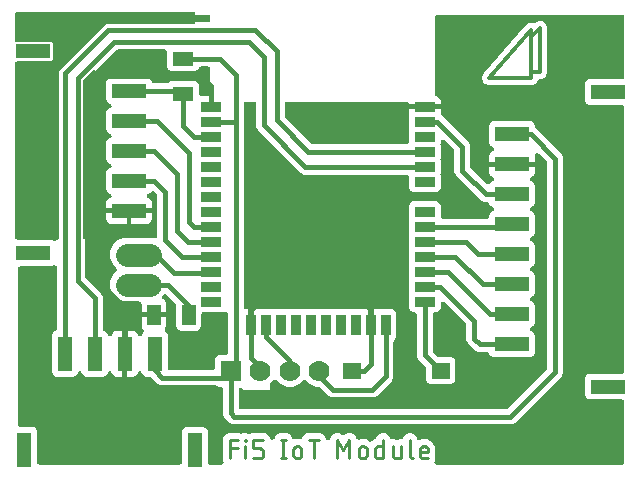
<source format=gbr>
G04 EAGLE Gerber RS-274X export*
G75*
%MOMM*%
%FSLAX34Y34*%
%LPD*%
%INTop Copper*%
%IPPOS*%
%AMOC8*
5,1,8,0,0,1.08239X$1,22.5*%
G01*
G04 Define Apertures*
%ADD10C,0.279400*%
%ADD11R,1.800000X0.863600*%
%ADD12R,0.863600X1.800000*%
%ADD13R,3.000000X1.270000*%
%ADD14R,1.815300X1.164600*%
%ADD15C,1.930400*%
%ADD16R,1.270000X3.000000*%
%ADD17R,1.600000X1.400000*%
%ADD18R,1.778000X1.778000*%
%ADD19C,1.778000*%
%ADD20R,1.164600X1.815300*%
%ADD21C,0.406400*%
%ADD22C,0.304800*%
G36*
X36625Y194466D02*
X35834Y194299D01*
X35040Y194453D01*
X33449Y195112D01*
X7112Y195112D01*
X6380Y195249D01*
X5698Y195685D01*
X5241Y196352D01*
X5080Y197144D01*
X5080Y341886D01*
X5217Y342619D01*
X5652Y343300D01*
X6319Y343757D01*
X7112Y343918D01*
X33449Y343918D01*
X35130Y344614D01*
X36416Y345900D01*
X37112Y347581D01*
X37112Y362099D01*
X36416Y363780D01*
X35130Y365066D01*
X33449Y365762D01*
X7112Y365762D01*
X6380Y365899D01*
X5698Y366334D01*
X5241Y367001D01*
X5080Y367794D01*
X5080Y384048D01*
X5217Y384781D01*
X5652Y385462D01*
X6319Y385919D01*
X7112Y386080D01*
X165608Y386080D01*
X166341Y385943D01*
X167022Y385508D01*
X167479Y384841D01*
X167640Y384048D01*
X167640Y382016D01*
X167503Y381284D01*
X167068Y380602D01*
X166401Y380145D01*
X165608Y379984D01*
X79966Y379984D01*
X77539Y378979D01*
X38855Y340294D01*
X37850Y337867D01*
X37850Y196331D01*
X37719Y195613D01*
X37288Y194929D01*
X36625Y194466D01*
G37*
G36*
X142348Y5241D02*
X141556Y5080D01*
X23114Y5080D01*
X22382Y5217D01*
X21700Y5652D01*
X21243Y6319D01*
X21082Y7112D01*
X21082Y33530D01*
X20386Y35210D01*
X19100Y36496D01*
X17419Y37192D01*
X7112Y37192D01*
X6380Y37329D01*
X5698Y37765D01*
X5241Y38432D01*
X5080Y39224D01*
X5080Y171236D01*
X5217Y171969D01*
X5652Y172650D01*
X6319Y173107D01*
X7112Y173268D01*
X33449Y173268D01*
X35040Y173927D01*
X35753Y174081D01*
X36550Y173945D01*
X37231Y173509D01*
X37689Y172842D01*
X37850Y172050D01*
X37850Y120204D01*
X37707Y119456D01*
X37266Y118778D01*
X36595Y118326D01*
X35514Y117878D01*
X34228Y116592D01*
X33532Y114912D01*
X33532Y83093D01*
X34228Y81413D01*
X35514Y80126D01*
X37194Y79430D01*
X51713Y79430D01*
X53393Y80126D01*
X54680Y81413D01*
X55276Y82853D01*
X55661Y83454D01*
X56317Y83927D01*
X57105Y84107D01*
X57901Y83965D01*
X58579Y83524D01*
X59031Y82853D01*
X59628Y81413D01*
X60914Y80126D01*
X62594Y79430D01*
X77113Y79430D01*
X78793Y80126D01*
X80080Y81413D01*
X80676Y82853D01*
X81061Y83454D01*
X81717Y83927D01*
X82505Y84107D01*
X83301Y83965D01*
X83979Y83524D01*
X84431Y82853D01*
X85028Y81413D01*
X86314Y80126D01*
X87994Y79430D01*
X93222Y79430D01*
X93222Y118574D01*
X87994Y118574D01*
X86314Y117878D01*
X85028Y116592D01*
X84431Y115152D01*
X84047Y114551D01*
X83391Y114078D01*
X82602Y113898D01*
X81806Y114040D01*
X81128Y114481D01*
X80676Y115152D01*
X80080Y116592D01*
X78793Y117878D01*
X77712Y118326D01*
X77076Y118744D01*
X76619Y119411D01*
X76458Y120204D01*
X76458Y147360D01*
X75452Y149787D01*
X62591Y162648D01*
X62157Y163292D01*
X61996Y164085D01*
X61996Y329014D01*
X62145Y329777D01*
X62591Y330451D01*
X88161Y356021D01*
X88805Y356455D01*
X89598Y356616D01*
X129054Y356616D01*
X129787Y356479D01*
X130468Y356044D01*
X130925Y355377D01*
X131086Y354584D01*
X131086Y342032D01*
X131782Y340351D01*
X133068Y339065D01*
X134749Y338369D01*
X154721Y338369D01*
X156401Y339065D01*
X157687Y340351D01*
X157917Y340906D01*
X158335Y341542D01*
X159002Y341999D01*
X159794Y342160D01*
X165608Y342160D01*
X166341Y342023D01*
X167022Y341588D01*
X167479Y340921D01*
X167640Y340128D01*
X167640Y318939D01*
X167503Y318207D01*
X167068Y317525D01*
X166401Y317068D01*
X165608Y316907D01*
X160415Y316907D01*
X159683Y317044D01*
X159001Y317480D01*
X158544Y318147D01*
X158383Y318939D01*
X158383Y325988D01*
X157687Y327669D01*
X156401Y328955D01*
X154721Y329651D01*
X134749Y329651D01*
X133068Y328955D01*
X132873Y328760D01*
X132229Y328326D01*
X131436Y328165D01*
X120112Y328165D01*
X119364Y328307D01*
X118686Y328749D01*
X118234Y329419D01*
X117786Y330501D01*
X116500Y331787D01*
X114820Y332483D01*
X83001Y332483D01*
X81320Y331787D01*
X80034Y330501D01*
X79338Y328820D01*
X79338Y314301D01*
X80034Y312621D01*
X81320Y311335D01*
X82761Y310738D01*
X83362Y310354D01*
X83835Y309698D01*
X84015Y308909D01*
X83873Y308113D01*
X83432Y307435D01*
X82761Y306983D01*
X81320Y306387D01*
X80034Y305101D01*
X79338Y303420D01*
X79338Y288901D01*
X80034Y287221D01*
X81320Y285935D01*
X82761Y285338D01*
X83362Y284954D01*
X83835Y284298D01*
X84015Y283509D01*
X83873Y282713D01*
X83432Y282035D01*
X82761Y281583D01*
X81320Y280987D01*
X80034Y279701D01*
X79338Y278020D01*
X79338Y263501D01*
X80034Y261821D01*
X81320Y260535D01*
X82761Y259938D01*
X83362Y259554D01*
X83835Y258898D01*
X84015Y258109D01*
X83873Y257313D01*
X83432Y256635D01*
X82761Y256183D01*
X81320Y255587D01*
X80034Y254301D01*
X79338Y252620D01*
X79338Y238101D01*
X80034Y236421D01*
X81320Y235135D01*
X82761Y234538D01*
X83362Y234154D01*
X83835Y233498D01*
X84015Y232709D01*
X83873Y231913D01*
X83432Y231235D01*
X82761Y230783D01*
X81320Y230187D01*
X80034Y228901D01*
X79338Y227220D01*
X79338Y221993D01*
X118482Y221993D01*
X118482Y227220D01*
X117786Y228901D01*
X116500Y230187D01*
X115060Y230783D01*
X114459Y231168D01*
X113986Y231824D01*
X113806Y232612D01*
X113948Y233408D01*
X114389Y234086D01*
X115060Y234538D01*
X116500Y235135D01*
X117456Y236091D01*
X118071Y236512D01*
X118861Y236686D01*
X119656Y236537D01*
X120330Y236091D01*
X122341Y234080D01*
X122775Y233435D01*
X122936Y232643D01*
X122936Y198582D01*
X122805Y197864D01*
X122375Y197180D01*
X121711Y196717D01*
X120920Y196550D01*
X120126Y196704D01*
X119161Y197104D01*
X94199Y197104D01*
X88971Y194939D01*
X84969Y190937D01*
X82804Y185709D01*
X82804Y180051D01*
X84969Y174823D01*
X88175Y171617D01*
X88597Y171002D01*
X88770Y170212D01*
X88622Y169417D01*
X88175Y168743D01*
X84969Y165537D01*
X82804Y160309D01*
X82804Y154651D01*
X84969Y149423D01*
X88971Y145421D01*
X94199Y143256D01*
X107439Y143256D01*
X108172Y143119D01*
X108853Y142684D01*
X109310Y142017D01*
X109471Y141224D01*
X109471Y134112D01*
X130261Y134112D01*
X130261Y142066D01*
X129565Y143746D01*
X128279Y145032D01*
X128063Y145122D01*
X127450Y145517D01*
X126982Y146177D01*
X126809Y146967D01*
X126957Y147762D01*
X127404Y148436D01*
X127914Y148947D01*
X128529Y149368D01*
X129319Y149541D01*
X130114Y149393D01*
X130788Y148947D01*
X138384Y141351D01*
X138818Y140706D01*
X138979Y139914D01*
X138979Y122094D01*
X139675Y120414D01*
X140961Y119128D01*
X142642Y118432D01*
X156106Y118432D01*
X157787Y119128D01*
X159073Y120414D01*
X159769Y122094D01*
X159769Y131995D01*
X159906Y132728D01*
X160341Y133409D01*
X161008Y133866D01*
X161801Y134027D01*
X178479Y134027D01*
X179816Y134581D01*
X180529Y134735D01*
X181327Y134599D01*
X182008Y134163D01*
X182465Y133496D01*
X182626Y132704D01*
X182626Y99911D01*
X182489Y99179D01*
X182054Y98497D01*
X181387Y98040D01*
X180594Y97879D01*
X175183Y97879D01*
X173503Y97183D01*
X172217Y95897D01*
X171521Y94217D01*
X171521Y87376D01*
X171384Y86644D01*
X170948Y85962D01*
X170281Y85505D01*
X169489Y85344D01*
X133608Y85344D01*
X132875Y85481D01*
X132194Y85916D01*
X131737Y86583D01*
X131576Y87376D01*
X131576Y114912D01*
X130880Y116592D01*
X129748Y117723D01*
X129327Y118338D01*
X129153Y119128D01*
X129302Y119923D01*
X129462Y120164D01*
X130261Y122094D01*
X130261Y130048D01*
X109471Y130048D01*
X109471Y122094D01*
X110167Y120414D01*
X110771Y119809D01*
X111193Y119195D01*
X111366Y118405D01*
X111218Y117610D01*
X110771Y116936D01*
X110428Y116592D01*
X109831Y115152D01*
X109447Y114551D01*
X108791Y114078D01*
X108002Y113898D01*
X107206Y114040D01*
X106528Y114481D01*
X106076Y115152D01*
X105480Y116592D01*
X104193Y117878D01*
X102513Y118574D01*
X97286Y118574D01*
X97286Y79430D01*
X102513Y79430D01*
X104193Y80126D01*
X105480Y81413D01*
X106076Y82853D01*
X106461Y83454D01*
X107117Y83927D01*
X107905Y84107D01*
X108701Y83965D01*
X109379Y83524D01*
X109831Y82853D01*
X110428Y81413D01*
X111714Y80126D01*
X113394Y79430D01*
X116129Y79430D01*
X116891Y79282D01*
X117565Y78835D01*
X123259Y73141D01*
X125686Y72136D01*
X172176Y72136D01*
X172939Y71987D01*
X173353Y71713D01*
X175183Y70955D01*
X176347Y70955D01*
X177079Y70819D01*
X177760Y70383D01*
X178218Y69716D01*
X178379Y68923D01*
X178379Y47384D01*
X179384Y44957D01*
X184219Y40121D01*
X186646Y39116D01*
X422954Y39116D01*
X425381Y40121D01*
X465339Y80079D01*
X466344Y82506D01*
X466344Y265474D01*
X465339Y267901D01*
X443227Y290013D01*
X442793Y290657D01*
X442632Y291449D01*
X442632Y292018D01*
X441936Y293698D01*
X440650Y294984D01*
X438969Y295680D01*
X407150Y295680D01*
X405470Y294984D01*
X404184Y293698D01*
X403488Y292018D01*
X403488Y277499D01*
X404184Y275819D01*
X405470Y274532D01*
X406911Y273936D01*
X407511Y273551D01*
X407984Y272895D01*
X408164Y272107D01*
X408022Y271311D01*
X407581Y270633D01*
X406911Y270181D01*
X405470Y269584D01*
X404184Y268298D01*
X403488Y266618D01*
X403488Y261390D01*
X442632Y261390D01*
X442632Y267022D01*
X442648Y267022D01*
X442756Y267726D01*
X443181Y268414D01*
X443841Y268882D01*
X444630Y269056D01*
X445426Y268907D01*
X446100Y268461D01*
X452541Y262020D01*
X452975Y261375D01*
X453136Y260583D01*
X453136Y87397D01*
X452987Y86635D01*
X452541Y85960D01*
X419500Y52919D01*
X418855Y52485D01*
X418063Y52324D01*
X193619Y52324D01*
X192886Y52461D01*
X192205Y52896D01*
X191748Y53563D01*
X191587Y54356D01*
X191587Y68079D01*
X191780Y68944D01*
X192263Y69593D01*
X192961Y70002D01*
X193763Y70106D01*
X194542Y69889D01*
X195175Y69386D01*
X195561Y68675D01*
X195588Y68588D01*
X195590Y68587D01*
X195672Y68580D01*
X218339Y68580D01*
X218432Y68589D01*
X218433Y68590D01*
X218440Y68672D01*
X218440Y72995D01*
X218589Y73757D01*
X219035Y74432D01*
X221046Y76442D01*
X221660Y76864D01*
X222450Y77037D01*
X223245Y76889D01*
X223920Y76442D01*
X227357Y73005D01*
X232305Y70955D01*
X237660Y70955D01*
X242608Y73005D01*
X246046Y76442D01*
X246660Y76864D01*
X247450Y77037D01*
X248245Y76889D01*
X248920Y76442D01*
X252357Y73005D01*
X257305Y70955D01*
X258980Y70955D01*
X259743Y70807D01*
X260417Y70360D01*
X267796Y62981D01*
X270223Y61976D01*
X306114Y61976D01*
X308541Y62981D01*
X321758Y76199D01*
X322763Y78626D01*
X322763Y109169D01*
X322912Y109931D01*
X323359Y110605D01*
X324353Y111600D01*
X325049Y113281D01*
X325049Y133099D01*
X324353Y134780D01*
X323067Y136066D01*
X321387Y136762D01*
X310932Y136762D01*
X310587Y136619D01*
X309826Y136465D01*
X309032Y136619D01*
X308687Y136762D01*
X305491Y136762D01*
X305491Y121158D01*
X301427Y121158D01*
X301427Y136762D01*
X298232Y136762D01*
X297887Y136619D01*
X297126Y136465D01*
X296332Y136619D01*
X295987Y136762D01*
X285532Y136762D01*
X285187Y136619D01*
X284426Y136465D01*
X283632Y136619D01*
X283287Y136762D01*
X272832Y136762D01*
X272487Y136619D01*
X271726Y136465D01*
X270932Y136619D01*
X270587Y136762D01*
X260132Y136762D01*
X259787Y136619D01*
X259026Y136465D01*
X258232Y136619D01*
X257887Y136762D01*
X247432Y136762D01*
X247087Y136619D01*
X246326Y136465D01*
X245532Y136619D01*
X245187Y136762D01*
X234732Y136762D01*
X234387Y136619D01*
X233626Y136465D01*
X232832Y136619D01*
X232487Y136762D01*
X222032Y136762D01*
X221687Y136619D01*
X220926Y136465D01*
X220132Y136619D01*
X219787Y136762D01*
X209332Y136762D01*
X208987Y136619D01*
X208226Y136465D01*
X207432Y136619D01*
X207087Y136762D01*
X203891Y136762D01*
X203891Y121158D01*
X199827Y121158D01*
X199827Y136762D01*
X197866Y136762D01*
X197134Y136899D01*
X196452Y137334D01*
X195995Y138001D01*
X195834Y138794D01*
X195834Y310388D01*
X195971Y311121D01*
X196406Y311802D01*
X197073Y312259D01*
X197866Y312420D01*
X204618Y312420D01*
X205351Y312283D01*
X206032Y311848D01*
X206489Y311181D01*
X206650Y310388D01*
X206650Y290892D01*
X207656Y288465D01*
X244505Y251616D01*
X246932Y250610D01*
X333673Y250610D01*
X334405Y250474D01*
X335087Y250038D01*
X335544Y249371D01*
X335705Y248578D01*
X335705Y239287D01*
X336401Y237607D01*
X337687Y236320D01*
X339367Y235624D01*
X359186Y235624D01*
X360867Y236320D01*
X362153Y237607D01*
X362849Y239287D01*
X362849Y249742D01*
X362706Y250087D01*
X362551Y250848D01*
X362706Y251642D01*
X362849Y251987D01*
X362849Y262442D01*
X362706Y262787D01*
X362551Y263548D01*
X362706Y264342D01*
X362849Y264687D01*
X362849Y275142D01*
X362706Y275487D01*
X362551Y276248D01*
X362706Y277042D01*
X362849Y277387D01*
X362849Y278224D01*
X362974Y278926D01*
X363399Y279614D01*
X364058Y280082D01*
X364848Y280256D01*
X365643Y280108D01*
X366318Y279661D01*
X373801Y272178D01*
X374235Y271533D01*
X374396Y270741D01*
X374396Y252686D01*
X375401Y250259D01*
X397301Y228360D01*
X399728Y227354D01*
X401859Y227354D01*
X402606Y227212D01*
X403284Y226771D01*
X403736Y226100D01*
X404184Y225019D01*
X405470Y223732D01*
X406911Y223136D01*
X407511Y222751D01*
X407984Y222095D01*
X408164Y221307D01*
X408022Y220511D01*
X407581Y219833D01*
X406911Y219381D01*
X405470Y218784D01*
X404184Y217498D01*
X403488Y215818D01*
X403488Y215050D01*
X403351Y214318D01*
X402915Y213637D01*
X402248Y213179D01*
X401456Y213018D01*
X364881Y213018D01*
X364148Y213155D01*
X363467Y213591D01*
X363010Y214258D01*
X362849Y215050D01*
X362849Y224342D01*
X362153Y226022D01*
X360867Y227308D01*
X359186Y228004D01*
X339367Y228004D01*
X337687Y227308D01*
X336401Y226022D01*
X335705Y224342D01*
X335705Y213887D01*
X335848Y213542D01*
X336002Y212781D01*
X335848Y211987D01*
X335705Y211642D01*
X335705Y201187D01*
X335848Y200842D01*
X336002Y200081D01*
X335848Y199287D01*
X335705Y198942D01*
X335705Y188487D01*
X335848Y188142D01*
X336002Y187381D01*
X335848Y186587D01*
X335705Y186242D01*
X335705Y175787D01*
X335848Y175442D01*
X336002Y174681D01*
X335848Y173887D01*
X335705Y173542D01*
X335705Y163087D01*
X335848Y162742D01*
X336002Y161981D01*
X335848Y161187D01*
X335705Y160842D01*
X335705Y150387D01*
X335848Y150042D01*
X336002Y149281D01*
X335848Y148487D01*
X335705Y148142D01*
X335705Y137687D01*
X336401Y136007D01*
X337687Y134720D01*
X339367Y134024D01*
X340641Y134024D01*
X341373Y133888D01*
X342055Y133452D01*
X342512Y132785D01*
X342673Y131992D01*
X342673Y96754D01*
X343678Y94326D01*
X349453Y88552D01*
X349887Y87907D01*
X350048Y87115D01*
X350048Y76815D01*
X350744Y75134D01*
X352030Y73848D01*
X353711Y73152D01*
X371529Y73152D01*
X373210Y73848D01*
X374496Y75134D01*
X375192Y76815D01*
X375192Y92633D01*
X374496Y94314D01*
X373210Y95600D01*
X371529Y96296D01*
X361229Y96296D01*
X360467Y96445D01*
X359792Y96891D01*
X356476Y100208D01*
X356042Y100852D01*
X355881Y101644D01*
X355881Y131992D01*
X356017Y132725D01*
X356453Y133406D01*
X357120Y133863D01*
X357913Y134024D01*
X359186Y134024D01*
X360867Y134720D01*
X362153Y136007D01*
X362849Y137687D01*
X362849Y141066D01*
X362974Y141768D01*
X363399Y142456D01*
X364058Y142924D01*
X364848Y143098D01*
X365643Y142950D01*
X366318Y142503D01*
X383961Y124860D01*
X384395Y124215D01*
X384556Y123423D01*
X384556Y110446D01*
X385561Y108019D01*
X392403Y101177D01*
X394830Y100172D01*
X401934Y100172D01*
X402682Y100030D01*
X403359Y99588D01*
X403811Y98918D01*
X404184Y98019D01*
X405470Y96732D01*
X407150Y96036D01*
X438969Y96036D01*
X440650Y96732D01*
X441936Y98019D01*
X442632Y99699D01*
X442632Y114218D01*
X441936Y115898D01*
X440650Y117184D01*
X439209Y117781D01*
X438608Y118165D01*
X438135Y118821D01*
X437955Y119610D01*
X438097Y120406D01*
X438538Y121084D01*
X439209Y121536D01*
X440650Y122132D01*
X441936Y123419D01*
X442632Y125099D01*
X442632Y139618D01*
X441936Y141298D01*
X440650Y142584D01*
X439209Y143181D01*
X438608Y143565D01*
X438135Y144221D01*
X437955Y145010D01*
X438097Y145806D01*
X438538Y146484D01*
X439209Y146936D01*
X440650Y147532D01*
X441936Y148819D01*
X442632Y150499D01*
X442632Y165018D01*
X441936Y166698D01*
X440650Y167984D01*
X439209Y168581D01*
X438608Y168965D01*
X438135Y169621D01*
X437955Y170410D01*
X438097Y171206D01*
X438538Y171884D01*
X439209Y172336D01*
X440650Y172932D01*
X441936Y174219D01*
X442632Y175899D01*
X442632Y190418D01*
X441936Y192098D01*
X440650Y193384D01*
X439209Y193981D01*
X438608Y194365D01*
X438135Y195021D01*
X437955Y195810D01*
X438097Y196606D01*
X438538Y197284D01*
X439209Y197736D01*
X440650Y198332D01*
X441936Y199619D01*
X442632Y201299D01*
X442632Y215818D01*
X441936Y217498D01*
X440650Y218784D01*
X439209Y219381D01*
X438608Y219765D01*
X438135Y220421D01*
X437955Y221210D01*
X438097Y222006D01*
X438538Y222684D01*
X439209Y223136D01*
X440650Y223732D01*
X441936Y225019D01*
X442632Y226699D01*
X442632Y241218D01*
X441936Y242898D01*
X440650Y244184D01*
X439209Y244781D01*
X438608Y245165D01*
X438135Y245821D01*
X437955Y246610D01*
X438097Y247406D01*
X438538Y248084D01*
X439209Y248536D01*
X440650Y249132D01*
X441936Y250419D01*
X442632Y252099D01*
X442632Y257326D01*
X403488Y257326D01*
X403488Y252099D01*
X404184Y250419D01*
X405470Y249132D01*
X406911Y248536D01*
X407511Y248151D01*
X407984Y247495D01*
X408164Y246707D01*
X408022Y245911D01*
X407581Y245233D01*
X406911Y244781D01*
X405470Y244184D01*
X404249Y242964D01*
X403635Y242542D01*
X402845Y242369D01*
X402050Y242517D01*
X401376Y242964D01*
X388199Y256140D01*
X387765Y256785D01*
X387604Y257577D01*
X387604Y275632D01*
X386599Y278059D01*
X363491Y301166D01*
X363467Y301182D01*
X363010Y301849D01*
X362849Y302642D01*
X362849Y305982D01*
X335705Y305982D01*
X335705Y302787D01*
X335848Y302442D01*
X336002Y301681D01*
X335848Y300887D01*
X335705Y300542D01*
X335705Y290087D01*
X335848Y289742D01*
X336002Y288981D01*
X335848Y288187D01*
X335705Y287842D01*
X335705Y278550D01*
X335568Y277818D01*
X335132Y277137D01*
X334465Y276679D01*
X333673Y276518D01*
X254363Y276518D01*
X253600Y276667D01*
X252926Y277114D01*
X231204Y298835D01*
X230770Y299480D01*
X230609Y300272D01*
X230609Y310388D01*
X230746Y311121D01*
X231181Y311802D01*
X231848Y312259D01*
X232641Y312420D01*
X333673Y312420D01*
X334405Y312283D01*
X335087Y311848D01*
X335544Y311181D01*
X335705Y310388D01*
X335705Y310046D01*
X362849Y310046D01*
X362849Y313242D01*
X362153Y314922D01*
X360867Y316208D01*
X359394Y316818D01*
X358758Y317236D01*
X358301Y317903D01*
X358140Y318696D01*
X358140Y384048D01*
X358277Y384781D01*
X358712Y385462D01*
X359379Y385919D01*
X360172Y386080D01*
X516128Y386080D01*
X516861Y385943D01*
X517542Y385508D01*
X517999Y384841D01*
X518160Y384048D01*
X518160Y333483D01*
X518023Y332750D01*
X517588Y332069D01*
X516921Y331612D01*
X516128Y331451D01*
X488521Y331451D01*
X486840Y330755D01*
X485554Y329469D01*
X484858Y327788D01*
X484858Y313270D01*
X485554Y311589D01*
X486840Y310303D01*
X488521Y309607D01*
X516128Y309607D01*
X516861Y309470D01*
X517542Y309035D01*
X517999Y308368D01*
X518160Y307575D01*
X518160Y84093D01*
X518023Y83361D01*
X517588Y82679D01*
X516921Y82222D01*
X516128Y82061D01*
X488521Y82061D01*
X486840Y81365D01*
X485554Y80079D01*
X484858Y78398D01*
X484858Y63880D01*
X485554Y62199D01*
X486840Y60913D01*
X488521Y60217D01*
X516128Y60217D01*
X516861Y60080D01*
X517542Y59645D01*
X517999Y58978D01*
X518160Y58185D01*
X518160Y7112D01*
X518023Y6380D01*
X517588Y5698D01*
X516921Y5241D01*
X516128Y5080D01*
X359410Y5080D01*
X358692Y5211D01*
X358008Y5641D01*
X357545Y6305D01*
X357378Y7096D01*
X357533Y7890D01*
X358034Y9100D01*
X358034Y11474D01*
X357778Y12092D01*
X357623Y12853D01*
X357778Y13647D01*
X358034Y14264D01*
X358034Y18765D01*
X358034Y18765D01*
X358034Y19695D01*
X355512Y24063D01*
X351144Y26585D01*
X346100Y26585D01*
X345508Y26244D01*
X344541Y25972D01*
X343745Y26114D01*
X343067Y26555D01*
X342615Y27226D01*
X341813Y29162D01*
X340134Y30841D01*
X337940Y31750D01*
X335565Y31750D01*
X333371Y30841D01*
X331692Y29162D01*
X331145Y27840D01*
X330727Y27204D01*
X330060Y26746D01*
X329267Y26585D01*
X327932Y26585D01*
X326454Y25973D01*
X325693Y25818D01*
X324899Y25973D01*
X323421Y26585D01*
X321555Y26585D01*
X320808Y26728D01*
X320130Y27169D01*
X319678Y27840D01*
X319130Y29162D01*
X317451Y30841D01*
X315257Y31750D01*
X312882Y31750D01*
X310689Y30841D01*
X309009Y29162D01*
X308353Y27577D01*
X308098Y27131D01*
X307492Y26595D01*
X304445Y24836D01*
X303986Y24642D01*
X303180Y24579D01*
X302413Y24836D01*
X299384Y26585D01*
X294340Y26585D01*
X294145Y26473D01*
X293178Y26201D01*
X292382Y26343D01*
X291704Y26784D01*
X291252Y27455D01*
X291226Y27518D01*
X291132Y27803D01*
X290988Y28381D01*
X290867Y28543D01*
X290622Y28975D01*
X290545Y29162D01*
X290124Y29583D01*
X289928Y29810D01*
X289574Y30289D01*
X289400Y30393D01*
X289009Y30698D01*
X288866Y30841D01*
X288316Y31069D01*
X288048Y31204D01*
X287538Y31510D01*
X287337Y31540D01*
X286859Y31673D01*
X286672Y31750D01*
X286077Y31750D01*
X285778Y31772D01*
X285189Y31860D01*
X284993Y31811D01*
X284500Y31750D01*
X284297Y31750D01*
X283747Y31522D01*
X283463Y31428D01*
X282885Y31284D01*
X282723Y31163D01*
X282290Y30919D01*
X282104Y30841D01*
X281757Y30495D01*
X281142Y30073D01*
X280352Y29900D01*
X279557Y30048D01*
X278883Y30495D01*
X278537Y30841D01*
X278350Y30919D01*
X277918Y31163D01*
X277755Y31284D01*
X277177Y31428D01*
X276893Y31522D01*
X276343Y31750D01*
X276140Y31750D01*
X275647Y31811D01*
X275451Y31860D01*
X274862Y31772D01*
X274563Y31750D01*
X273968Y31750D01*
X273781Y31673D01*
X273303Y31540D01*
X273102Y31510D01*
X272592Y31204D01*
X272324Y31069D01*
X271774Y30841D01*
X271631Y30698D01*
X271240Y30393D01*
X271066Y30289D01*
X270712Y29810D01*
X270516Y29583D01*
X270095Y29162D01*
X270018Y28975D01*
X269773Y28543D01*
X269653Y28381D01*
X269508Y27803D01*
X269414Y27518D01*
X269227Y27067D01*
X268843Y26466D01*
X268187Y25993D01*
X267399Y25813D01*
X266602Y25955D01*
X265925Y26396D01*
X265473Y27067D01*
X264605Y29162D01*
X262926Y30841D01*
X260732Y31750D01*
X249749Y31750D01*
X247556Y30841D01*
X245876Y29162D01*
X245329Y27840D01*
X244911Y27204D01*
X244244Y26746D01*
X243451Y26585D01*
X238834Y26585D01*
X238087Y26728D01*
X237409Y27169D01*
X236957Y27840D01*
X236409Y29162D01*
X234730Y30841D01*
X232536Y31750D01*
X226719Y31750D01*
X224525Y30841D01*
X222846Y29162D01*
X222124Y27420D01*
X221739Y26819D01*
X221084Y26346D01*
X220295Y26166D01*
X219499Y26308D01*
X218821Y26749D01*
X218369Y27420D01*
X217647Y29162D01*
X215968Y30841D01*
X213774Y31750D01*
X202792Y31750D01*
X201521Y31224D01*
X200760Y31069D01*
X199966Y31224D01*
X198695Y31750D01*
X195460Y31750D01*
X194685Y31429D01*
X193923Y31274D01*
X193129Y31429D01*
X192354Y31750D01*
X183093Y31750D01*
X180900Y30841D01*
X179220Y29162D01*
X178312Y26968D01*
X178312Y9100D01*
X178813Y7890D01*
X178967Y7177D01*
X178831Y6380D01*
X178395Y5698D01*
X177728Y5241D01*
X176936Y5080D01*
X167464Y5080D01*
X166731Y5217D01*
X166050Y5652D01*
X165592Y6319D01*
X165432Y7112D01*
X165432Y33449D01*
X164736Y35130D01*
X163449Y36416D01*
X161769Y37112D01*
X147250Y37112D01*
X145570Y36416D01*
X144284Y35130D01*
X143588Y33449D01*
X143588Y7112D01*
X143451Y6380D01*
X143015Y5698D01*
X142348Y5241D01*
G37*
%LPC*%
G36*
X402743Y326604D02*
X402927Y326574D01*
X403987Y326640D01*
X404114Y326644D01*
X440633Y326644D01*
X442873Y327572D01*
X444588Y329287D01*
X445078Y330470D01*
X445496Y331106D01*
X446163Y331563D01*
X446955Y331724D01*
X448253Y331724D01*
X450493Y332652D01*
X452208Y334367D01*
X453136Y336607D01*
X453136Y375869D01*
X452208Y378109D01*
X450493Y379824D01*
X448253Y380752D01*
X445827Y380752D01*
X443587Y379824D01*
X443196Y379433D01*
X442567Y379005D01*
X441775Y378838D01*
X440982Y378993D01*
X440537Y379177D01*
X440353Y379208D01*
X439293Y379141D01*
X439166Y379137D01*
X438104Y379137D01*
X437922Y379095D01*
X436968Y378628D01*
X436853Y378576D01*
X435871Y378170D01*
X435720Y378062D01*
X435017Y377265D01*
X434930Y377173D01*
X434179Y376421D01*
X433953Y376059D01*
X399457Y336964D01*
X399370Y336871D01*
X398619Y336120D01*
X398520Y335962D01*
X398176Y334957D01*
X398131Y334838D01*
X397724Y333857D01*
X397694Y333673D01*
X397760Y332613D01*
X397764Y332486D01*
X397764Y331424D01*
X397806Y331242D01*
X398273Y330288D01*
X398325Y330173D01*
X398732Y329191D01*
X398840Y329040D01*
X399636Y328337D01*
X399729Y328250D01*
X400480Y327499D01*
X400638Y327400D01*
X401643Y327056D01*
X401762Y327011D01*
X402743Y326604D01*
G37*
G36*
X100942Y209039D02*
X114820Y209039D01*
X116500Y209735D01*
X117786Y211021D01*
X118482Y212701D01*
X118482Y217929D01*
X100942Y217929D01*
X100942Y209039D01*
G37*
G36*
X83001Y209039D02*
X96878Y209039D01*
X96878Y217929D01*
X79338Y217929D01*
X79338Y212701D01*
X80034Y211021D01*
X81320Y209735D01*
X83001Y209039D01*
G37*
%LPD*%
G36*
X38642Y195741D02*
X37850Y195580D01*
X4572Y195580D01*
X3840Y195717D01*
X3158Y196152D01*
X2701Y196819D01*
X2540Y197612D01*
X2540Y344934D01*
X2677Y345667D01*
X3112Y346348D01*
X3779Y346805D01*
X4572Y346966D01*
X33171Y346966D01*
X34064Y347859D01*
X34064Y361821D01*
X33171Y362714D01*
X4572Y362714D01*
X3840Y362851D01*
X3158Y363286D01*
X2701Y363953D01*
X2540Y364746D01*
X2540Y386588D01*
X2677Y387321D01*
X3112Y388002D01*
X3779Y388459D01*
X4572Y388620D01*
X152908Y388620D01*
X153641Y388483D01*
X154322Y388048D01*
X154779Y387381D01*
X154940Y386588D01*
X154940Y379984D01*
X154803Y379252D01*
X154368Y378570D01*
X153701Y378113D01*
X152908Y377952D01*
X80371Y377952D01*
X78690Y377256D01*
X40578Y339143D01*
X39882Y337463D01*
X39882Y197612D01*
X39745Y196880D01*
X39309Y196198D01*
X38642Y195741D01*
G37*
G36*
X65991Y195741D02*
X65198Y195580D01*
X61996Y195580D01*
X61264Y195717D01*
X60582Y196152D01*
X60125Y196819D01*
X59964Y197612D01*
X59964Y329856D01*
X60113Y330619D01*
X60559Y331293D01*
X67651Y338385D01*
X68236Y338793D01*
X69023Y338979D01*
X69821Y338843D01*
X70502Y338408D01*
X70959Y337741D01*
X71120Y336948D01*
X71120Y201502D01*
X70971Y200739D01*
X70525Y200065D01*
X66635Y196175D01*
X65991Y195741D01*
G37*
D10*
X184281Y10287D02*
X184281Y25781D01*
X191167Y25781D01*
X191167Y18895D02*
X184281Y18895D01*
X197077Y20616D02*
X197077Y10287D01*
X196647Y24920D02*
X196647Y25781D01*
X197508Y25781D01*
X197508Y24920D01*
X196647Y24920D01*
X203979Y10287D02*
X209144Y10287D01*
X209259Y10289D01*
X209374Y10295D01*
X209489Y10304D01*
X209603Y10318D01*
X209717Y10335D01*
X209830Y10356D01*
X209942Y10381D01*
X210054Y10409D01*
X210164Y10442D01*
X210273Y10478D01*
X210381Y10517D01*
X210488Y10560D01*
X210593Y10607D01*
X210697Y10657D01*
X210799Y10711D01*
X210899Y10768D01*
X210997Y10828D01*
X211093Y10891D01*
X211186Y10958D01*
X211278Y11028D01*
X211367Y11101D01*
X211454Y11177D01*
X211538Y11255D01*
X211619Y11336D01*
X211698Y11421D01*
X211773Y11507D01*
X211846Y11596D01*
X211916Y11688D01*
X211983Y11781D01*
X212046Y11877D01*
X212106Y11975D01*
X212163Y12075D01*
X212217Y12177D01*
X212267Y12281D01*
X212314Y12386D01*
X212357Y12493D01*
X212397Y12601D01*
X212432Y12710D01*
X212465Y12820D01*
X212493Y12932D01*
X212518Y13044D01*
X212539Y13157D01*
X212556Y13271D01*
X212570Y13385D01*
X212579Y13500D01*
X212585Y13615D01*
X212587Y13730D01*
X212587Y15452D01*
X212585Y15567D01*
X212579Y15682D01*
X212570Y15797D01*
X212556Y15911D01*
X212539Y16025D01*
X212518Y16138D01*
X212493Y16250D01*
X212465Y16362D01*
X212432Y16472D01*
X212396Y16581D01*
X212357Y16689D01*
X212314Y16796D01*
X212267Y16901D01*
X212217Y17005D01*
X212163Y17107D01*
X212106Y17207D01*
X212046Y17305D01*
X211983Y17401D01*
X211916Y17494D01*
X211846Y17586D01*
X211773Y17675D01*
X211698Y17762D01*
X211619Y17846D01*
X211538Y17927D01*
X211454Y18006D01*
X211367Y18081D01*
X211278Y18154D01*
X211186Y18224D01*
X211093Y18291D01*
X210997Y18354D01*
X210899Y18414D01*
X210799Y18471D01*
X210697Y18525D01*
X210593Y18575D01*
X210488Y18622D01*
X210381Y18665D01*
X210273Y18704D01*
X210164Y18740D01*
X210054Y18773D01*
X209942Y18801D01*
X209830Y18826D01*
X209717Y18847D01*
X209603Y18864D01*
X209489Y18878D01*
X209374Y18887D01*
X209259Y18893D01*
X209144Y18895D01*
X203979Y18895D01*
X203979Y25781D01*
X212587Y25781D01*
X229627Y25781D02*
X229627Y10287D01*
X227906Y10287D02*
X231349Y10287D01*
X231349Y25781D02*
X227906Y25781D01*
X237924Y17173D02*
X237924Y13730D01*
X237924Y17173D02*
X237926Y17289D01*
X237932Y17405D01*
X237942Y17521D01*
X237955Y17637D01*
X237973Y17752D01*
X237994Y17866D01*
X238020Y17980D01*
X238049Y18092D01*
X238082Y18204D01*
X238119Y18314D01*
X238159Y18423D01*
X238203Y18531D01*
X238251Y18637D01*
X238302Y18741D01*
X238357Y18844D01*
X238415Y18945D01*
X238476Y19043D01*
X238541Y19140D01*
X238609Y19234D01*
X238680Y19326D01*
X238755Y19416D01*
X238832Y19503D01*
X238912Y19587D01*
X238995Y19668D01*
X239081Y19747D01*
X239169Y19823D01*
X239260Y19896D01*
X239353Y19965D01*
X239448Y20032D01*
X239546Y20095D01*
X239646Y20155D01*
X239747Y20211D01*
X239851Y20264D01*
X239956Y20314D01*
X240063Y20359D01*
X240171Y20402D01*
X240281Y20440D01*
X240392Y20475D01*
X240504Y20506D01*
X240617Y20533D01*
X240731Y20557D01*
X240846Y20576D01*
X240961Y20592D01*
X241077Y20604D01*
X241193Y20612D01*
X241309Y20616D01*
X241425Y20616D01*
X241541Y20612D01*
X241657Y20604D01*
X241773Y20592D01*
X241888Y20576D01*
X242003Y20557D01*
X242117Y20533D01*
X242230Y20506D01*
X242342Y20475D01*
X242453Y20440D01*
X242563Y20402D01*
X242671Y20359D01*
X242778Y20314D01*
X242883Y20264D01*
X242987Y20211D01*
X243089Y20155D01*
X243188Y20095D01*
X243286Y20032D01*
X243381Y19965D01*
X243474Y19896D01*
X243565Y19823D01*
X243653Y19747D01*
X243739Y19668D01*
X243822Y19587D01*
X243902Y19503D01*
X243979Y19416D01*
X244054Y19326D01*
X244125Y19234D01*
X244193Y19140D01*
X244258Y19043D01*
X244319Y18945D01*
X244377Y18844D01*
X244432Y18741D01*
X244483Y18637D01*
X244531Y18531D01*
X244575Y18423D01*
X244615Y18314D01*
X244652Y18204D01*
X244685Y18092D01*
X244714Y17980D01*
X244740Y17866D01*
X244761Y17752D01*
X244779Y17637D01*
X244792Y17521D01*
X244802Y17405D01*
X244808Y17289D01*
X244810Y17173D01*
X244810Y13730D01*
X244808Y13614D01*
X244802Y13498D01*
X244792Y13382D01*
X244779Y13266D01*
X244761Y13151D01*
X244740Y13037D01*
X244714Y12923D01*
X244685Y12811D01*
X244652Y12699D01*
X244615Y12589D01*
X244575Y12480D01*
X244531Y12372D01*
X244483Y12266D01*
X244432Y12162D01*
X244377Y12059D01*
X244319Y11958D01*
X244258Y11860D01*
X244193Y11763D01*
X244125Y11669D01*
X244054Y11577D01*
X243979Y11487D01*
X243902Y11400D01*
X243822Y11316D01*
X243739Y11235D01*
X243653Y11156D01*
X243565Y11080D01*
X243474Y11007D01*
X243381Y10938D01*
X243286Y10871D01*
X243188Y10808D01*
X243088Y10748D01*
X242987Y10692D01*
X242883Y10639D01*
X242778Y10589D01*
X242671Y10544D01*
X242563Y10501D01*
X242453Y10463D01*
X242342Y10428D01*
X242230Y10397D01*
X242117Y10370D01*
X242003Y10346D01*
X241888Y10327D01*
X241773Y10311D01*
X241657Y10299D01*
X241541Y10291D01*
X241425Y10287D01*
X241309Y10287D01*
X241193Y10291D01*
X241077Y10299D01*
X240961Y10311D01*
X240846Y10327D01*
X240731Y10346D01*
X240617Y10370D01*
X240504Y10397D01*
X240392Y10428D01*
X240281Y10463D01*
X240171Y10501D01*
X240063Y10544D01*
X239956Y10589D01*
X239851Y10639D01*
X239747Y10692D01*
X239646Y10748D01*
X239546Y10808D01*
X239448Y10871D01*
X239353Y10938D01*
X239260Y11007D01*
X239169Y11080D01*
X239081Y11156D01*
X238995Y11235D01*
X238912Y11316D01*
X238832Y11400D01*
X238755Y11487D01*
X238680Y11577D01*
X238609Y11669D01*
X238541Y11763D01*
X238476Y11860D01*
X238415Y11958D01*
X238357Y12059D01*
X238302Y12162D01*
X238251Y12266D01*
X238203Y12372D01*
X238159Y12480D01*
X238119Y12589D01*
X238082Y12699D01*
X238049Y12811D01*
X238020Y12923D01*
X237994Y13037D01*
X237973Y13151D01*
X237955Y13266D01*
X237942Y13382D01*
X237932Y13498D01*
X237926Y13614D01*
X237924Y13730D01*
X255241Y10287D02*
X255241Y25781D01*
X259544Y25781D02*
X250937Y25781D01*
X275155Y25781D02*
X275155Y10287D01*
X280320Y17173D02*
X275155Y25781D01*
X280320Y17173D02*
X285485Y25781D01*
X285485Y10287D01*
X293419Y13730D02*
X293419Y17173D01*
X293421Y17289D01*
X293427Y17405D01*
X293437Y17521D01*
X293450Y17637D01*
X293468Y17752D01*
X293489Y17866D01*
X293515Y17980D01*
X293544Y18092D01*
X293577Y18204D01*
X293614Y18314D01*
X293654Y18423D01*
X293698Y18531D01*
X293746Y18637D01*
X293797Y18741D01*
X293852Y18844D01*
X293910Y18945D01*
X293971Y19043D01*
X294036Y19140D01*
X294104Y19234D01*
X294175Y19326D01*
X294250Y19416D01*
X294327Y19503D01*
X294407Y19587D01*
X294490Y19668D01*
X294576Y19747D01*
X294664Y19823D01*
X294755Y19896D01*
X294848Y19965D01*
X294943Y20032D01*
X295041Y20095D01*
X295141Y20155D01*
X295242Y20211D01*
X295346Y20264D01*
X295451Y20314D01*
X295558Y20359D01*
X295666Y20402D01*
X295776Y20440D01*
X295887Y20475D01*
X295999Y20506D01*
X296112Y20533D01*
X296226Y20557D01*
X296341Y20576D01*
X296456Y20592D01*
X296572Y20604D01*
X296688Y20612D01*
X296804Y20616D01*
X296920Y20616D01*
X297036Y20612D01*
X297152Y20604D01*
X297268Y20592D01*
X297383Y20576D01*
X297498Y20557D01*
X297612Y20533D01*
X297725Y20506D01*
X297837Y20475D01*
X297948Y20440D01*
X298058Y20402D01*
X298166Y20359D01*
X298273Y20314D01*
X298378Y20264D01*
X298482Y20211D01*
X298584Y20155D01*
X298683Y20095D01*
X298781Y20032D01*
X298876Y19965D01*
X298969Y19896D01*
X299060Y19823D01*
X299148Y19747D01*
X299234Y19668D01*
X299317Y19587D01*
X299397Y19503D01*
X299474Y19416D01*
X299549Y19326D01*
X299620Y19234D01*
X299688Y19140D01*
X299753Y19043D01*
X299814Y18945D01*
X299872Y18844D01*
X299927Y18741D01*
X299978Y18637D01*
X300026Y18531D01*
X300070Y18423D01*
X300110Y18314D01*
X300147Y18204D01*
X300180Y18092D01*
X300209Y17980D01*
X300235Y17866D01*
X300256Y17752D01*
X300274Y17637D01*
X300287Y17521D01*
X300297Y17405D01*
X300303Y17289D01*
X300305Y17173D01*
X300305Y13730D01*
X300303Y13614D01*
X300297Y13498D01*
X300287Y13382D01*
X300274Y13266D01*
X300256Y13151D01*
X300235Y13037D01*
X300209Y12923D01*
X300180Y12811D01*
X300147Y12699D01*
X300110Y12589D01*
X300070Y12480D01*
X300026Y12372D01*
X299978Y12266D01*
X299927Y12162D01*
X299872Y12059D01*
X299814Y11958D01*
X299753Y11860D01*
X299688Y11763D01*
X299620Y11669D01*
X299549Y11577D01*
X299474Y11487D01*
X299397Y11400D01*
X299317Y11316D01*
X299234Y11235D01*
X299148Y11156D01*
X299060Y11080D01*
X298969Y11007D01*
X298876Y10938D01*
X298781Y10871D01*
X298683Y10808D01*
X298584Y10748D01*
X298482Y10692D01*
X298378Y10639D01*
X298273Y10589D01*
X298166Y10544D01*
X298058Y10501D01*
X297948Y10463D01*
X297837Y10428D01*
X297725Y10397D01*
X297612Y10370D01*
X297498Y10346D01*
X297383Y10327D01*
X297268Y10311D01*
X297152Y10299D01*
X297036Y10291D01*
X296920Y10287D01*
X296804Y10287D01*
X296688Y10291D01*
X296572Y10299D01*
X296456Y10311D01*
X296341Y10327D01*
X296226Y10346D01*
X296112Y10370D01*
X295999Y10397D01*
X295887Y10428D01*
X295776Y10463D01*
X295666Y10501D01*
X295558Y10544D01*
X295451Y10589D01*
X295346Y10639D01*
X295242Y10692D01*
X295141Y10748D01*
X295041Y10808D01*
X294943Y10871D01*
X294848Y10938D01*
X294755Y11007D01*
X294664Y11080D01*
X294576Y11156D01*
X294490Y11235D01*
X294407Y11316D01*
X294327Y11400D01*
X294250Y11487D01*
X294175Y11577D01*
X294104Y11669D01*
X294036Y11763D01*
X293971Y11860D01*
X293910Y11958D01*
X293852Y12059D01*
X293797Y12162D01*
X293746Y12266D01*
X293698Y12372D01*
X293654Y12480D01*
X293614Y12589D01*
X293577Y12699D01*
X293544Y12811D01*
X293515Y12923D01*
X293489Y13037D01*
X293468Y13151D01*
X293450Y13266D01*
X293437Y13382D01*
X293427Y13498D01*
X293421Y13614D01*
X293419Y13730D01*
X314070Y10287D02*
X314070Y25781D01*
X314070Y10287D02*
X309766Y10287D01*
X309667Y10289D01*
X309568Y10295D01*
X309470Y10304D01*
X309372Y10317D01*
X309274Y10334D01*
X309178Y10355D01*
X309082Y10379D01*
X308987Y10407D01*
X308893Y10439D01*
X308801Y10474D01*
X308710Y10513D01*
X308620Y10555D01*
X308533Y10601D01*
X308447Y10650D01*
X308363Y10702D01*
X308281Y10757D01*
X308201Y10816D01*
X308123Y10877D01*
X308048Y10941D01*
X307976Y11009D01*
X307906Y11079D01*
X307838Y11151D01*
X307774Y11226D01*
X307713Y11304D01*
X307654Y11384D01*
X307599Y11466D01*
X307547Y11550D01*
X307498Y11636D01*
X307452Y11723D01*
X307410Y11813D01*
X307371Y11904D01*
X307336Y11996D01*
X307304Y12090D01*
X307276Y12185D01*
X307252Y12281D01*
X307231Y12377D01*
X307214Y12475D01*
X307201Y12573D01*
X307192Y12671D01*
X307186Y12770D01*
X307184Y12869D01*
X307183Y12869D02*
X307183Y18034D01*
X307184Y18034D02*
X307186Y18133D01*
X307192Y18232D01*
X307201Y18330D01*
X307214Y18428D01*
X307231Y18526D01*
X307252Y18622D01*
X307276Y18718D01*
X307304Y18813D01*
X307336Y18907D01*
X307371Y18999D01*
X307410Y19090D01*
X307452Y19180D01*
X307498Y19267D01*
X307547Y19353D01*
X307599Y19437D01*
X307654Y19519D01*
X307713Y19599D01*
X307774Y19677D01*
X307838Y19752D01*
X307906Y19824D01*
X307976Y19894D01*
X308048Y19962D01*
X308123Y20026D01*
X308201Y20087D01*
X308281Y20146D01*
X308363Y20201D01*
X308447Y20253D01*
X308533Y20302D01*
X308620Y20348D01*
X308710Y20390D01*
X308801Y20429D01*
X308893Y20464D01*
X308987Y20496D01*
X309082Y20524D01*
X309178Y20548D01*
X309274Y20569D01*
X309372Y20586D01*
X309470Y20599D01*
X309568Y20608D01*
X309667Y20614D01*
X309766Y20616D01*
X314070Y20616D01*
X322233Y20616D02*
X322233Y12869D01*
X322234Y12869D02*
X322236Y12770D01*
X322242Y12671D01*
X322251Y12573D01*
X322264Y12475D01*
X322281Y12377D01*
X322302Y12281D01*
X322326Y12185D01*
X322354Y12090D01*
X322386Y11996D01*
X322421Y11904D01*
X322460Y11813D01*
X322502Y11723D01*
X322548Y11636D01*
X322597Y11550D01*
X322649Y11466D01*
X322704Y11384D01*
X322763Y11304D01*
X322824Y11226D01*
X322888Y11151D01*
X322956Y11079D01*
X323026Y11009D01*
X323098Y10941D01*
X323173Y10877D01*
X323251Y10816D01*
X323331Y10757D01*
X323413Y10702D01*
X323497Y10650D01*
X323583Y10601D01*
X323670Y10555D01*
X323760Y10513D01*
X323851Y10474D01*
X323943Y10439D01*
X324037Y10407D01*
X324132Y10379D01*
X324228Y10355D01*
X324324Y10334D01*
X324422Y10317D01*
X324520Y10304D01*
X324618Y10295D01*
X324717Y10289D01*
X324816Y10287D01*
X329120Y10287D01*
X329120Y20616D01*
X336753Y25781D02*
X336753Y12869D01*
X336755Y12770D01*
X336761Y12671D01*
X336770Y12573D01*
X336783Y12475D01*
X336800Y12377D01*
X336821Y12281D01*
X336845Y12185D01*
X336873Y12090D01*
X336905Y11996D01*
X336940Y11904D01*
X336979Y11813D01*
X337021Y11723D01*
X337067Y11636D01*
X337116Y11550D01*
X337168Y11466D01*
X337223Y11384D01*
X337282Y11304D01*
X337343Y11226D01*
X337407Y11151D01*
X337475Y11079D01*
X337545Y11009D01*
X337617Y10941D01*
X337692Y10877D01*
X337770Y10816D01*
X337850Y10757D01*
X337932Y10702D01*
X338016Y10650D01*
X338102Y10601D01*
X338189Y10555D01*
X338279Y10513D01*
X338370Y10474D01*
X338462Y10439D01*
X338556Y10407D01*
X338651Y10379D01*
X338747Y10355D01*
X338843Y10334D01*
X338941Y10317D01*
X339039Y10304D01*
X339137Y10295D01*
X339236Y10289D01*
X339335Y10287D01*
X347761Y10287D02*
X352065Y10287D01*
X347761Y10287D02*
X347662Y10289D01*
X347563Y10295D01*
X347465Y10304D01*
X347367Y10317D01*
X347269Y10334D01*
X347173Y10355D01*
X347077Y10379D01*
X346982Y10407D01*
X346888Y10439D01*
X346796Y10474D01*
X346705Y10513D01*
X346615Y10555D01*
X346528Y10601D01*
X346442Y10650D01*
X346358Y10702D01*
X346276Y10757D01*
X346196Y10816D01*
X346118Y10877D01*
X346043Y10941D01*
X345971Y11009D01*
X345901Y11079D01*
X345833Y11151D01*
X345769Y11226D01*
X345708Y11304D01*
X345649Y11384D01*
X345594Y11466D01*
X345542Y11550D01*
X345493Y11636D01*
X345447Y11723D01*
X345405Y11813D01*
X345366Y11904D01*
X345331Y11996D01*
X345299Y12090D01*
X345271Y12185D01*
X345247Y12281D01*
X345226Y12377D01*
X345209Y12475D01*
X345196Y12573D01*
X345187Y12671D01*
X345181Y12770D01*
X345179Y12869D01*
X345179Y17173D01*
X345181Y17289D01*
X345187Y17405D01*
X345197Y17521D01*
X345210Y17637D01*
X345228Y17752D01*
X345249Y17866D01*
X345275Y17980D01*
X345304Y18092D01*
X345337Y18204D01*
X345374Y18314D01*
X345414Y18423D01*
X345458Y18531D01*
X345506Y18637D01*
X345557Y18741D01*
X345612Y18844D01*
X345670Y18945D01*
X345731Y19043D01*
X345796Y19140D01*
X345864Y19234D01*
X345935Y19326D01*
X346010Y19416D01*
X346087Y19503D01*
X346167Y19587D01*
X346250Y19668D01*
X346336Y19747D01*
X346424Y19823D01*
X346515Y19896D01*
X346608Y19965D01*
X346703Y20032D01*
X346801Y20095D01*
X346901Y20155D01*
X347002Y20211D01*
X347106Y20264D01*
X347211Y20314D01*
X347318Y20359D01*
X347426Y20402D01*
X347536Y20440D01*
X347647Y20475D01*
X347759Y20506D01*
X347872Y20533D01*
X347986Y20557D01*
X348101Y20576D01*
X348216Y20592D01*
X348332Y20604D01*
X348448Y20612D01*
X348564Y20616D01*
X348680Y20616D01*
X348796Y20612D01*
X348912Y20604D01*
X349028Y20592D01*
X349143Y20576D01*
X349258Y20557D01*
X349372Y20533D01*
X349485Y20506D01*
X349597Y20475D01*
X349708Y20440D01*
X349818Y20402D01*
X349926Y20359D01*
X350033Y20314D01*
X350138Y20264D01*
X350242Y20211D01*
X350344Y20155D01*
X350443Y20095D01*
X350541Y20032D01*
X350636Y19965D01*
X350729Y19896D01*
X350820Y19823D01*
X350908Y19747D01*
X350994Y19668D01*
X351077Y19587D01*
X351157Y19503D01*
X351234Y19416D01*
X351309Y19326D01*
X351380Y19234D01*
X351448Y19140D01*
X351513Y19043D01*
X351574Y18945D01*
X351632Y18844D01*
X351687Y18741D01*
X351738Y18637D01*
X351786Y18531D01*
X351830Y18423D01*
X351870Y18314D01*
X351907Y18204D01*
X351940Y18092D01*
X351969Y17980D01*
X351995Y17866D01*
X352016Y17752D01*
X352034Y17637D01*
X352047Y17521D01*
X352057Y17405D01*
X352063Y17289D01*
X352065Y17173D01*
X352065Y15452D01*
X345179Y15452D01*
D11*
X168570Y142917D03*
X168570Y155617D03*
X168570Y168317D03*
X168570Y181017D03*
X168570Y193717D03*
X168570Y206417D03*
X168570Y219117D03*
X168570Y231817D03*
X168570Y244517D03*
X168570Y257217D03*
X168570Y269917D03*
X168570Y282617D03*
X168570Y295317D03*
X168570Y308017D03*
D12*
X201859Y123190D03*
X214559Y123190D03*
X227259Y123190D03*
X239959Y123190D03*
X252659Y123190D03*
X265359Y123190D03*
X278059Y123190D03*
X290759Y123190D03*
X303459Y123190D03*
X316159Y123190D03*
D11*
X349277Y142914D03*
X349277Y155614D03*
X349277Y168314D03*
X349277Y181014D03*
X349277Y193714D03*
X349277Y206414D03*
X349277Y219114D03*
X349277Y244514D03*
X349277Y257214D03*
X349277Y269914D03*
X349277Y282614D03*
X349277Y295314D03*
X349277Y308014D03*
D13*
X98910Y219961D03*
X98910Y245361D03*
X98910Y270761D03*
X98910Y296161D03*
X98910Y321561D03*
X17540Y184190D03*
X17540Y354840D03*
D14*
X144735Y348764D03*
X144735Y319256D03*
D15*
X116332Y157480D02*
X97028Y157480D01*
X97028Y182880D02*
X116332Y182880D01*
D16*
X120654Y99002D03*
X95254Y99002D03*
X69854Y99002D03*
X44454Y99002D03*
X154510Y17540D03*
X10160Y17620D03*
D17*
X362620Y84724D03*
X287620Y84724D03*
D13*
X423060Y284758D03*
X423060Y259358D03*
X423060Y233958D03*
X423060Y208558D03*
X423060Y183158D03*
X504430Y320529D03*
X504430Y71139D03*
X423060Y157758D03*
X423060Y132358D03*
X423060Y106958D03*
D18*
X184983Y84417D03*
D19*
X209983Y84417D03*
X234983Y84417D03*
X259983Y84417D03*
D20*
X149374Y132080D03*
X119866Y132080D03*
D21*
X168570Y295317D02*
X189230Y295317D01*
X189230Y335280D02*
X175746Y348764D01*
X144735Y348764D01*
X189230Y335280D02*
X189230Y295317D01*
X189230Y88665D01*
X184983Y48697D02*
X187960Y45720D01*
X421640Y45720D01*
X459740Y83820D01*
X459740Y264160D01*
X439142Y284758D01*
X423060Y284758D01*
X189230Y88665D02*
X184983Y84417D01*
X184983Y48697D01*
X179305Y78740D02*
X184983Y84417D01*
X179305Y78740D02*
X127000Y78740D01*
X120654Y85086D01*
X120654Y99002D01*
X168570Y325460D02*
X160187Y333843D01*
X168570Y325460D02*
X168570Y308017D01*
X201859Y135819D02*
X201859Y123190D01*
X201859Y135819D02*
X210820Y144780D01*
X294640Y144780D01*
X303459Y135961D01*
X303459Y123190D01*
X303459Y90099D01*
X298084Y84724D01*
X287620Y84724D01*
X70194Y326844D02*
X77193Y333843D01*
X160187Y333843D01*
X75809Y157480D02*
X95254Y138036D01*
X75809Y157480D02*
X70194Y163095D01*
X70194Y220980D01*
X70194Y326844D01*
X97891Y220980D02*
X98910Y219961D01*
X97891Y220980D02*
X70194Y220980D01*
X95254Y138036D02*
X95254Y99002D01*
X201859Y95086D02*
X201859Y123190D01*
X201859Y95086D02*
X208045Y88900D01*
X208045Y86355D02*
X209983Y84417D01*
X208045Y86355D02*
X208045Y88900D01*
X250786Y269914D02*
X349277Y269914D01*
X250786Y269914D02*
X224005Y296695D01*
X224005Y355115D01*
X205740Y373380D01*
X81280Y373380D01*
X44454Y336554D01*
X44454Y99002D01*
X69854Y99002D02*
X69854Y146046D01*
X55392Y160508D01*
X55392Y332592D01*
X86021Y363220D01*
X200180Y363220D01*
X213254Y350146D01*
X213254Y292206D01*
X248246Y257214D01*
X349277Y257214D01*
X168570Y193717D02*
X149183Y193717D01*
X139700Y203200D01*
X139700Y251460D01*
X120399Y270761D01*
X98910Y270761D01*
X120399Y245361D02*
X129540Y236220D01*
X129540Y195580D01*
X144103Y181017D01*
X168570Y181017D01*
X120399Y245361D02*
X98910Y245361D01*
X154263Y206417D02*
X168570Y206417D01*
X154263Y206417D02*
X149860Y210820D01*
X149860Y269240D01*
X122939Y296161D01*
X98910Y296161D01*
X394499Y183158D02*
X423060Y183158D01*
X394499Y183158D02*
X383942Y193714D01*
X349277Y193714D01*
X349277Y181014D02*
X375246Y181014D01*
X398502Y157758D01*
X423060Y157758D01*
X404718Y132358D02*
X368762Y168314D01*
X404718Y132358D02*
X423060Y132358D01*
X368762Y168314D02*
X349277Y168314D01*
X423060Y106958D02*
X423060Y106776D01*
X362546Y155614D02*
X349277Y155614D01*
X362546Y155614D02*
X391160Y127000D01*
X391160Y111760D01*
X396144Y106776D01*
X423060Y106776D01*
X420916Y206414D02*
X423060Y208558D01*
X420916Y206414D02*
X349277Y206414D01*
X381000Y254000D02*
X401042Y233958D01*
X423060Y233958D01*
X381000Y254000D02*
X381000Y274318D01*
X360004Y295314D01*
X349277Y295314D01*
X168570Y282617D02*
X153684Y282617D01*
X144735Y291567D02*
X144735Y319256D01*
X144735Y291567D02*
X153684Y282617D01*
X142430Y321561D02*
X98910Y321561D01*
X142430Y321561D02*
X144735Y319256D01*
X316159Y123190D02*
X316159Y79939D01*
X304800Y68580D01*
X271537Y68580D01*
X259983Y80134D01*
X259983Y84417D01*
X214559Y113101D02*
X214559Y123190D01*
X214559Y113101D02*
X234280Y93380D01*
X234280Y85120D01*
X234983Y84417D01*
X121920Y182880D02*
X106680Y182880D01*
X121920Y182880D02*
X137160Y167640D01*
X167893Y167640D01*
X168570Y168317D01*
X349277Y142914D02*
X349277Y98067D01*
X362620Y84724D01*
D22*
X403860Y332740D02*
X439420Y332740D01*
X439420Y337820D01*
X439420Y367036D01*
X439420Y373041D01*
X447040Y374656D02*
X447040Y337820D01*
X439420Y337820D01*
X439420Y367036D02*
X447040Y374656D01*
X439420Y373041D02*
X403860Y332740D01*
D21*
X131594Y157480D02*
X106680Y157480D01*
X131594Y157480D02*
X149374Y139700D01*
X149374Y132080D01*
M02*

</source>
